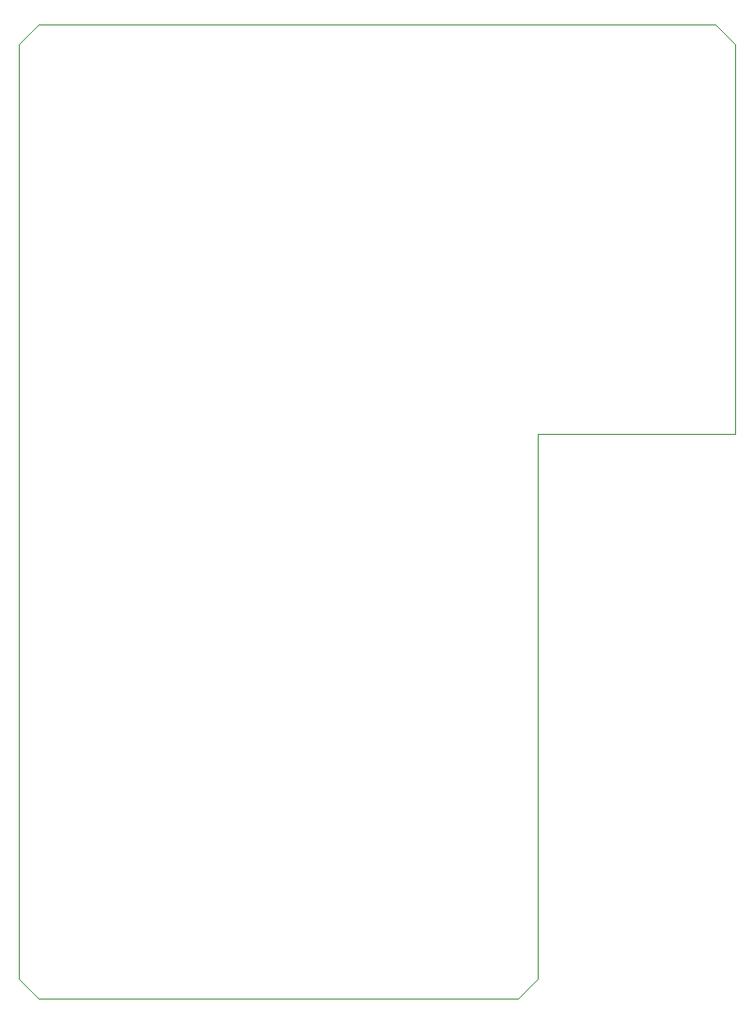
<source format=gbr>
%TF.GenerationSoftware,KiCad,Pcbnew,(5.1.2)-2*%
%TF.CreationDate,2019-06-24T14:10:12+02:00*%
%TF.ProjectId,Main_Monstrum,4d61696e-5f4d-46f6-9e73-7472756d2e6b,rev?*%
%TF.SameCoordinates,PX196f3b0PYa952310*%
%TF.FileFunction,Legend,Bot*%
%TF.FilePolarity,Positive*%
%FSLAX46Y46*%
G04 Gerber Fmt 4.6, Leading zero omitted, Abs format (unit mm)*
G04 Created by KiCad (PCBNEW (5.1.2)-2) date 2019-06-24 14:10:12*
%MOMM*%
%LPD*%
G04 APERTURE LIST*
%ADD10C,0.100000*%
G04 APERTURE END LIST*
D10*
X64516000Y85852000D02*
X64516000Y50800000D01*
X1778000Y87630000D02*
X62738000Y87630000D01*
X0Y1778000D02*
X0Y85852000D01*
X44958000Y0D02*
X1778000Y0D01*
X46736000Y50800000D02*
X46736000Y1778000D01*
X62738000Y87630000D02*
X64516000Y85852000D01*
X0Y85852000D02*
X1778000Y87630000D01*
X1778000Y0D02*
X0Y1778000D01*
X44958000Y0D02*
X46736000Y1778000D01*
X64516000Y50800000D02*
X46736000Y50800000D01*
M02*

</source>
